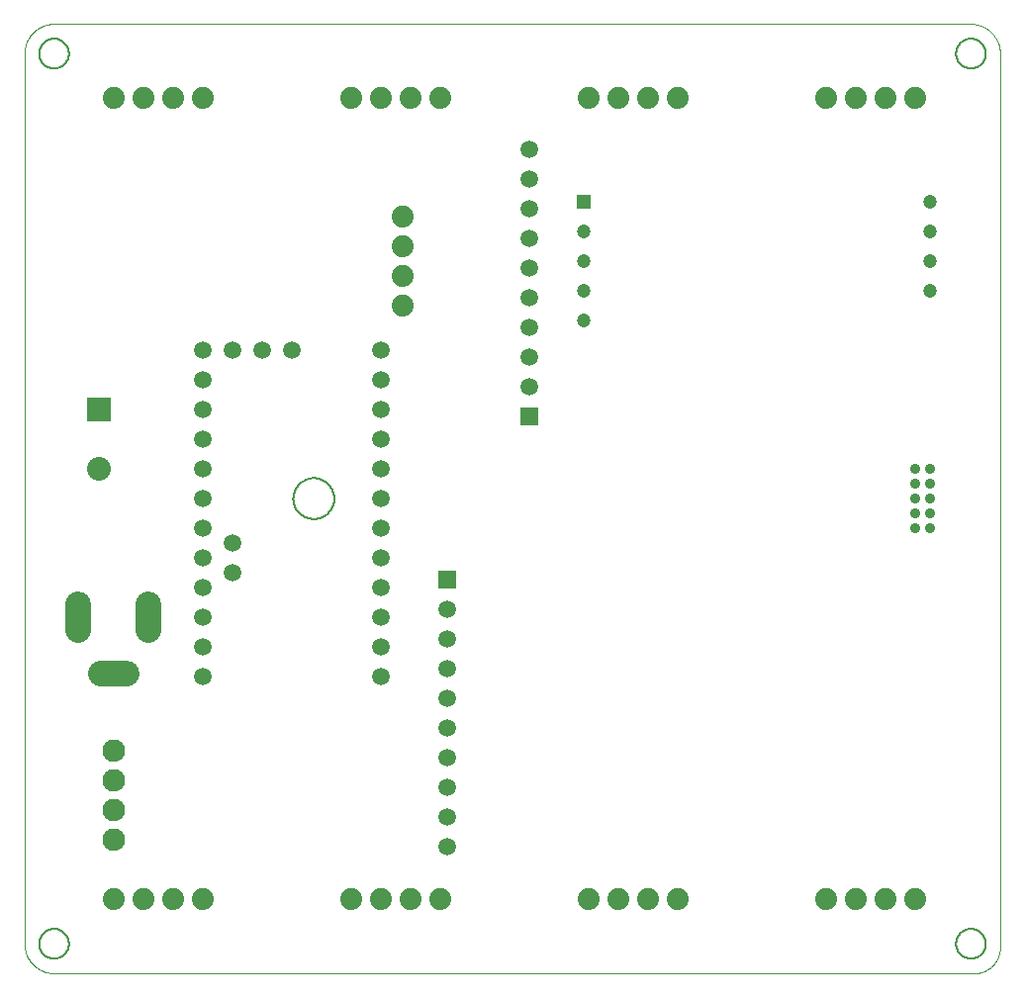
<source format=gbs>
G75*
%MOIN*%
%OFA0B0*%
%FSLAX25Y25*%
%IPPOS*%
%LPD*%
%AMOC8*
5,1,8,0,0,1.08239X$1,22.5*
%
%ADD10C,0.00000*%
%ADD11C,0.00600*%
%ADD12C,0.07400*%
%ADD13C,0.08600*%
%ADD14C,0.05906*%
%ADD15R,0.04724X0.04724*%
%ADD16C,0.04724*%
%ADD17R,0.08000X0.08000*%
%ADD18C,0.08000*%
%ADD19C,0.03562*%
%ADD20C,0.07600*%
%ADD21R,0.05906X0.05906*%
D10*
X0013520Y0011600D02*
X0013520Y0311561D01*
X0013523Y0311803D01*
X0013532Y0312044D01*
X0013546Y0312285D01*
X0013567Y0312526D01*
X0013593Y0312766D01*
X0013625Y0313006D01*
X0013663Y0313245D01*
X0013706Y0313482D01*
X0013756Y0313719D01*
X0013811Y0313954D01*
X0013871Y0314188D01*
X0013938Y0314420D01*
X0014009Y0314651D01*
X0014087Y0314880D01*
X0014170Y0315107D01*
X0014258Y0315332D01*
X0014352Y0315555D01*
X0014451Y0315775D01*
X0014556Y0315993D01*
X0014665Y0316208D01*
X0014780Y0316421D01*
X0014900Y0316631D01*
X0015025Y0316837D01*
X0015155Y0317041D01*
X0015290Y0317242D01*
X0015430Y0317439D01*
X0015574Y0317633D01*
X0015723Y0317823D01*
X0015877Y0318009D01*
X0016035Y0318192D01*
X0016197Y0318371D01*
X0016364Y0318546D01*
X0016535Y0318717D01*
X0016710Y0318884D01*
X0016889Y0319046D01*
X0017072Y0319204D01*
X0017258Y0319358D01*
X0017448Y0319507D01*
X0017642Y0319651D01*
X0017839Y0319791D01*
X0018040Y0319926D01*
X0018244Y0320056D01*
X0018450Y0320181D01*
X0018660Y0320301D01*
X0018873Y0320416D01*
X0019088Y0320525D01*
X0019306Y0320630D01*
X0019526Y0320729D01*
X0019749Y0320823D01*
X0019974Y0320911D01*
X0020201Y0320994D01*
X0020430Y0321072D01*
X0020661Y0321143D01*
X0020893Y0321210D01*
X0021127Y0321270D01*
X0021362Y0321325D01*
X0021599Y0321375D01*
X0021836Y0321418D01*
X0022075Y0321456D01*
X0022315Y0321488D01*
X0022555Y0321514D01*
X0022796Y0321535D01*
X0023037Y0321549D01*
X0023278Y0321558D01*
X0023520Y0321561D01*
X0332260Y0321561D01*
X0332501Y0321558D01*
X0332741Y0321549D01*
X0332982Y0321535D01*
X0333221Y0321514D01*
X0333461Y0321488D01*
X0333699Y0321456D01*
X0333937Y0321419D01*
X0334174Y0321375D01*
X0334409Y0321326D01*
X0334644Y0321272D01*
X0334877Y0321211D01*
X0335108Y0321145D01*
X0335338Y0321073D01*
X0335566Y0320996D01*
X0335792Y0320914D01*
X0336016Y0320826D01*
X0336238Y0320732D01*
X0336458Y0320633D01*
X0336675Y0320529D01*
X0336889Y0320420D01*
X0337101Y0320306D01*
X0337310Y0320186D01*
X0337516Y0320062D01*
X0337719Y0319932D01*
X0337918Y0319798D01*
X0338115Y0319659D01*
X0338308Y0319515D01*
X0338497Y0319366D01*
X0338683Y0319213D01*
X0338865Y0319056D01*
X0339044Y0318894D01*
X0339218Y0318728D01*
X0339388Y0318558D01*
X0339554Y0318384D01*
X0339716Y0318205D01*
X0339873Y0318023D01*
X0340026Y0317837D01*
X0340175Y0317648D01*
X0340319Y0317455D01*
X0340458Y0317258D01*
X0340592Y0317059D01*
X0340722Y0316856D01*
X0340846Y0316650D01*
X0340966Y0316441D01*
X0341080Y0316229D01*
X0341189Y0316015D01*
X0341293Y0315798D01*
X0341392Y0315578D01*
X0341486Y0315356D01*
X0341574Y0315132D01*
X0341656Y0314906D01*
X0341733Y0314678D01*
X0341805Y0314448D01*
X0341871Y0314217D01*
X0341932Y0313984D01*
X0341986Y0313749D01*
X0342035Y0313514D01*
X0342079Y0313277D01*
X0342116Y0313039D01*
X0342148Y0312801D01*
X0342174Y0312561D01*
X0342195Y0312322D01*
X0342209Y0312081D01*
X0342218Y0311841D01*
X0342221Y0311600D01*
X0342220Y0311600D02*
X0342220Y0010301D01*
X0342221Y0010301D02*
X0342218Y0010091D01*
X0342211Y0009881D01*
X0342198Y0009671D01*
X0342180Y0009461D01*
X0342158Y0009252D01*
X0342130Y0009044D01*
X0342097Y0008836D01*
X0342059Y0008629D01*
X0342016Y0008423D01*
X0341968Y0008219D01*
X0341915Y0008015D01*
X0341858Y0007813D01*
X0341795Y0007612D01*
X0341728Y0007413D01*
X0341656Y0007216D01*
X0341579Y0007020D01*
X0341497Y0006826D01*
X0341411Y0006634D01*
X0341320Y0006445D01*
X0341224Y0006257D01*
X0341124Y0006072D01*
X0341020Y0005890D01*
X0340911Y0005710D01*
X0340798Y0005533D01*
X0340681Y0005358D01*
X0340559Y0005187D01*
X0340434Y0005018D01*
X0340304Y0004853D01*
X0340170Y0004690D01*
X0340033Y0004531D01*
X0339891Y0004375D01*
X0339746Y0004223D01*
X0339598Y0004075D01*
X0339446Y0003930D01*
X0339290Y0003788D01*
X0339131Y0003651D01*
X0338968Y0003517D01*
X0338803Y0003387D01*
X0338634Y0003262D01*
X0338463Y0003140D01*
X0338288Y0003023D01*
X0338111Y0002910D01*
X0337931Y0002801D01*
X0337749Y0002697D01*
X0337564Y0002597D01*
X0337376Y0002501D01*
X0337187Y0002410D01*
X0336995Y0002324D01*
X0336801Y0002242D01*
X0336605Y0002165D01*
X0336408Y0002093D01*
X0336209Y0002026D01*
X0336008Y0001963D01*
X0335806Y0001906D01*
X0335602Y0001853D01*
X0335398Y0001805D01*
X0335192Y0001762D01*
X0334985Y0001724D01*
X0334777Y0001691D01*
X0334569Y0001663D01*
X0334360Y0001641D01*
X0334150Y0001623D01*
X0333940Y0001610D01*
X0333730Y0001603D01*
X0333520Y0001600D01*
X0023520Y0001600D01*
X0023278Y0001603D01*
X0023037Y0001612D01*
X0022796Y0001626D01*
X0022555Y0001647D01*
X0022315Y0001673D01*
X0022075Y0001705D01*
X0021836Y0001743D01*
X0021599Y0001786D01*
X0021362Y0001836D01*
X0021127Y0001891D01*
X0020893Y0001951D01*
X0020661Y0002018D01*
X0020430Y0002089D01*
X0020201Y0002167D01*
X0019974Y0002250D01*
X0019749Y0002338D01*
X0019526Y0002432D01*
X0019306Y0002531D01*
X0019088Y0002636D01*
X0018873Y0002745D01*
X0018660Y0002860D01*
X0018450Y0002980D01*
X0018244Y0003105D01*
X0018040Y0003235D01*
X0017839Y0003370D01*
X0017642Y0003510D01*
X0017448Y0003654D01*
X0017258Y0003803D01*
X0017072Y0003957D01*
X0016889Y0004115D01*
X0016710Y0004277D01*
X0016535Y0004444D01*
X0016364Y0004615D01*
X0016197Y0004790D01*
X0016035Y0004969D01*
X0015877Y0005152D01*
X0015723Y0005338D01*
X0015574Y0005528D01*
X0015430Y0005722D01*
X0015290Y0005919D01*
X0015155Y0006120D01*
X0015025Y0006324D01*
X0014900Y0006530D01*
X0014780Y0006740D01*
X0014665Y0006953D01*
X0014556Y0007168D01*
X0014451Y0007386D01*
X0014352Y0007606D01*
X0014258Y0007829D01*
X0014170Y0008054D01*
X0014087Y0008281D01*
X0014009Y0008510D01*
X0013938Y0008741D01*
X0013871Y0008973D01*
X0013811Y0009207D01*
X0013756Y0009442D01*
X0013706Y0009679D01*
X0013663Y0009916D01*
X0013625Y0010155D01*
X0013593Y0010395D01*
X0013567Y0010635D01*
X0013546Y0010876D01*
X0013532Y0011117D01*
X0013523Y0011358D01*
X0013520Y0011600D01*
D11*
X0018520Y0011600D02*
X0018522Y0011741D01*
X0018528Y0011882D01*
X0018538Y0012022D01*
X0018552Y0012162D01*
X0018570Y0012302D01*
X0018591Y0012441D01*
X0018617Y0012580D01*
X0018646Y0012718D01*
X0018680Y0012854D01*
X0018717Y0012990D01*
X0018758Y0013125D01*
X0018803Y0013259D01*
X0018852Y0013391D01*
X0018904Y0013522D01*
X0018960Y0013651D01*
X0019020Y0013778D01*
X0019083Y0013904D01*
X0019149Y0014028D01*
X0019220Y0014151D01*
X0019293Y0014271D01*
X0019370Y0014389D01*
X0019450Y0014505D01*
X0019534Y0014618D01*
X0019620Y0014729D01*
X0019710Y0014838D01*
X0019803Y0014944D01*
X0019898Y0015047D01*
X0019997Y0015148D01*
X0020098Y0015246D01*
X0020202Y0015341D01*
X0020309Y0015433D01*
X0020418Y0015522D01*
X0020530Y0015607D01*
X0020644Y0015690D01*
X0020760Y0015770D01*
X0020879Y0015846D01*
X0021000Y0015918D01*
X0021122Y0015988D01*
X0021247Y0016053D01*
X0021373Y0016116D01*
X0021501Y0016174D01*
X0021631Y0016229D01*
X0021762Y0016281D01*
X0021895Y0016328D01*
X0022029Y0016372D01*
X0022164Y0016413D01*
X0022300Y0016449D01*
X0022437Y0016481D01*
X0022575Y0016510D01*
X0022713Y0016535D01*
X0022853Y0016555D01*
X0022993Y0016572D01*
X0023133Y0016585D01*
X0023274Y0016594D01*
X0023414Y0016599D01*
X0023555Y0016600D01*
X0023696Y0016597D01*
X0023837Y0016590D01*
X0023977Y0016579D01*
X0024117Y0016564D01*
X0024257Y0016545D01*
X0024396Y0016523D01*
X0024534Y0016496D01*
X0024672Y0016466D01*
X0024808Y0016431D01*
X0024944Y0016393D01*
X0025078Y0016351D01*
X0025212Y0016305D01*
X0025344Y0016256D01*
X0025474Y0016202D01*
X0025603Y0016145D01*
X0025730Y0016085D01*
X0025856Y0016021D01*
X0025979Y0015953D01*
X0026101Y0015882D01*
X0026221Y0015808D01*
X0026338Y0015730D01*
X0026453Y0015649D01*
X0026566Y0015565D01*
X0026677Y0015478D01*
X0026785Y0015387D01*
X0026890Y0015294D01*
X0026993Y0015197D01*
X0027093Y0015098D01*
X0027190Y0014996D01*
X0027284Y0014891D01*
X0027375Y0014784D01*
X0027463Y0014674D01*
X0027548Y0014562D01*
X0027630Y0014447D01*
X0027709Y0014330D01*
X0027784Y0014211D01*
X0027856Y0014090D01*
X0027924Y0013967D01*
X0027989Y0013842D01*
X0028051Y0013715D01*
X0028108Y0013586D01*
X0028163Y0013456D01*
X0028213Y0013325D01*
X0028260Y0013192D01*
X0028303Y0013058D01*
X0028342Y0012922D01*
X0028377Y0012786D01*
X0028409Y0012649D01*
X0028436Y0012511D01*
X0028460Y0012372D01*
X0028480Y0012232D01*
X0028496Y0012092D01*
X0028508Y0011952D01*
X0028516Y0011811D01*
X0028520Y0011670D01*
X0028520Y0011530D01*
X0028516Y0011389D01*
X0028508Y0011248D01*
X0028496Y0011108D01*
X0028480Y0010968D01*
X0028460Y0010828D01*
X0028436Y0010689D01*
X0028409Y0010551D01*
X0028377Y0010414D01*
X0028342Y0010278D01*
X0028303Y0010142D01*
X0028260Y0010008D01*
X0028213Y0009875D01*
X0028163Y0009744D01*
X0028108Y0009614D01*
X0028051Y0009485D01*
X0027989Y0009358D01*
X0027924Y0009233D01*
X0027856Y0009110D01*
X0027784Y0008989D01*
X0027709Y0008870D01*
X0027630Y0008753D01*
X0027548Y0008638D01*
X0027463Y0008526D01*
X0027375Y0008416D01*
X0027284Y0008309D01*
X0027190Y0008204D01*
X0027093Y0008102D01*
X0026993Y0008003D01*
X0026890Y0007906D01*
X0026785Y0007813D01*
X0026677Y0007722D01*
X0026566Y0007635D01*
X0026453Y0007551D01*
X0026338Y0007470D01*
X0026221Y0007392D01*
X0026101Y0007318D01*
X0025979Y0007247D01*
X0025856Y0007179D01*
X0025730Y0007115D01*
X0025603Y0007055D01*
X0025474Y0006998D01*
X0025344Y0006944D01*
X0025212Y0006895D01*
X0025078Y0006849D01*
X0024944Y0006807D01*
X0024808Y0006769D01*
X0024672Y0006734D01*
X0024534Y0006704D01*
X0024396Y0006677D01*
X0024257Y0006655D01*
X0024117Y0006636D01*
X0023977Y0006621D01*
X0023837Y0006610D01*
X0023696Y0006603D01*
X0023555Y0006600D01*
X0023414Y0006601D01*
X0023274Y0006606D01*
X0023133Y0006615D01*
X0022993Y0006628D01*
X0022853Y0006645D01*
X0022713Y0006665D01*
X0022575Y0006690D01*
X0022437Y0006719D01*
X0022300Y0006751D01*
X0022164Y0006787D01*
X0022029Y0006828D01*
X0021895Y0006872D01*
X0021762Y0006919D01*
X0021631Y0006971D01*
X0021501Y0007026D01*
X0021373Y0007084D01*
X0021247Y0007147D01*
X0021122Y0007212D01*
X0021000Y0007282D01*
X0020879Y0007354D01*
X0020760Y0007430D01*
X0020644Y0007510D01*
X0020530Y0007593D01*
X0020418Y0007678D01*
X0020309Y0007767D01*
X0020202Y0007859D01*
X0020098Y0007954D01*
X0019997Y0008052D01*
X0019898Y0008153D01*
X0019803Y0008256D01*
X0019710Y0008362D01*
X0019620Y0008471D01*
X0019534Y0008582D01*
X0019450Y0008695D01*
X0019370Y0008811D01*
X0019293Y0008929D01*
X0019220Y0009049D01*
X0019149Y0009172D01*
X0019083Y0009296D01*
X0019020Y0009422D01*
X0018960Y0009549D01*
X0018904Y0009678D01*
X0018852Y0009809D01*
X0018803Y0009941D01*
X0018758Y0010075D01*
X0018717Y0010210D01*
X0018680Y0010346D01*
X0018646Y0010482D01*
X0018617Y0010620D01*
X0018591Y0010759D01*
X0018570Y0010898D01*
X0018552Y0011038D01*
X0018538Y0011178D01*
X0018528Y0011318D01*
X0018522Y0011459D01*
X0018520Y0011600D01*
X0104130Y0161600D02*
X0104132Y0161769D01*
X0104138Y0161938D01*
X0104149Y0162107D01*
X0104163Y0162275D01*
X0104182Y0162443D01*
X0104205Y0162611D01*
X0104231Y0162778D01*
X0104262Y0162944D01*
X0104297Y0163110D01*
X0104336Y0163274D01*
X0104380Y0163438D01*
X0104427Y0163600D01*
X0104478Y0163761D01*
X0104533Y0163921D01*
X0104592Y0164080D01*
X0104654Y0164237D01*
X0104721Y0164392D01*
X0104792Y0164546D01*
X0104866Y0164698D01*
X0104944Y0164848D01*
X0105025Y0164996D01*
X0105110Y0165142D01*
X0105199Y0165286D01*
X0105291Y0165428D01*
X0105387Y0165567D01*
X0105486Y0165704D01*
X0105588Y0165839D01*
X0105694Y0165971D01*
X0105803Y0166100D01*
X0105915Y0166227D01*
X0106030Y0166351D01*
X0106148Y0166472D01*
X0106269Y0166590D01*
X0106393Y0166705D01*
X0106520Y0166817D01*
X0106649Y0166926D01*
X0106781Y0167032D01*
X0106916Y0167134D01*
X0107053Y0167233D01*
X0107192Y0167329D01*
X0107334Y0167421D01*
X0107478Y0167510D01*
X0107624Y0167595D01*
X0107772Y0167676D01*
X0107922Y0167754D01*
X0108074Y0167828D01*
X0108228Y0167899D01*
X0108383Y0167966D01*
X0108540Y0168028D01*
X0108699Y0168087D01*
X0108859Y0168142D01*
X0109020Y0168193D01*
X0109182Y0168240D01*
X0109346Y0168284D01*
X0109510Y0168323D01*
X0109676Y0168358D01*
X0109842Y0168389D01*
X0110009Y0168415D01*
X0110177Y0168438D01*
X0110345Y0168457D01*
X0110513Y0168471D01*
X0110682Y0168482D01*
X0110851Y0168488D01*
X0111020Y0168490D01*
X0111189Y0168488D01*
X0111358Y0168482D01*
X0111527Y0168471D01*
X0111695Y0168457D01*
X0111863Y0168438D01*
X0112031Y0168415D01*
X0112198Y0168389D01*
X0112364Y0168358D01*
X0112530Y0168323D01*
X0112694Y0168284D01*
X0112858Y0168240D01*
X0113020Y0168193D01*
X0113181Y0168142D01*
X0113341Y0168087D01*
X0113500Y0168028D01*
X0113657Y0167966D01*
X0113812Y0167899D01*
X0113966Y0167828D01*
X0114118Y0167754D01*
X0114268Y0167676D01*
X0114416Y0167595D01*
X0114562Y0167510D01*
X0114706Y0167421D01*
X0114848Y0167329D01*
X0114987Y0167233D01*
X0115124Y0167134D01*
X0115259Y0167032D01*
X0115391Y0166926D01*
X0115520Y0166817D01*
X0115647Y0166705D01*
X0115771Y0166590D01*
X0115892Y0166472D01*
X0116010Y0166351D01*
X0116125Y0166227D01*
X0116237Y0166100D01*
X0116346Y0165971D01*
X0116452Y0165839D01*
X0116554Y0165704D01*
X0116653Y0165567D01*
X0116749Y0165428D01*
X0116841Y0165286D01*
X0116930Y0165142D01*
X0117015Y0164996D01*
X0117096Y0164848D01*
X0117174Y0164698D01*
X0117248Y0164546D01*
X0117319Y0164392D01*
X0117386Y0164237D01*
X0117448Y0164080D01*
X0117507Y0163921D01*
X0117562Y0163761D01*
X0117613Y0163600D01*
X0117660Y0163438D01*
X0117704Y0163274D01*
X0117743Y0163110D01*
X0117778Y0162944D01*
X0117809Y0162778D01*
X0117835Y0162611D01*
X0117858Y0162443D01*
X0117877Y0162275D01*
X0117891Y0162107D01*
X0117902Y0161938D01*
X0117908Y0161769D01*
X0117910Y0161600D01*
X0117908Y0161431D01*
X0117902Y0161262D01*
X0117891Y0161093D01*
X0117877Y0160925D01*
X0117858Y0160757D01*
X0117835Y0160589D01*
X0117809Y0160422D01*
X0117778Y0160256D01*
X0117743Y0160090D01*
X0117704Y0159926D01*
X0117660Y0159762D01*
X0117613Y0159600D01*
X0117562Y0159439D01*
X0117507Y0159279D01*
X0117448Y0159120D01*
X0117386Y0158963D01*
X0117319Y0158808D01*
X0117248Y0158654D01*
X0117174Y0158502D01*
X0117096Y0158352D01*
X0117015Y0158204D01*
X0116930Y0158058D01*
X0116841Y0157914D01*
X0116749Y0157772D01*
X0116653Y0157633D01*
X0116554Y0157496D01*
X0116452Y0157361D01*
X0116346Y0157229D01*
X0116237Y0157100D01*
X0116125Y0156973D01*
X0116010Y0156849D01*
X0115892Y0156728D01*
X0115771Y0156610D01*
X0115647Y0156495D01*
X0115520Y0156383D01*
X0115391Y0156274D01*
X0115259Y0156168D01*
X0115124Y0156066D01*
X0114987Y0155967D01*
X0114848Y0155871D01*
X0114706Y0155779D01*
X0114562Y0155690D01*
X0114416Y0155605D01*
X0114268Y0155524D01*
X0114118Y0155446D01*
X0113966Y0155372D01*
X0113812Y0155301D01*
X0113657Y0155234D01*
X0113500Y0155172D01*
X0113341Y0155113D01*
X0113181Y0155058D01*
X0113020Y0155007D01*
X0112858Y0154960D01*
X0112694Y0154916D01*
X0112530Y0154877D01*
X0112364Y0154842D01*
X0112198Y0154811D01*
X0112031Y0154785D01*
X0111863Y0154762D01*
X0111695Y0154743D01*
X0111527Y0154729D01*
X0111358Y0154718D01*
X0111189Y0154712D01*
X0111020Y0154710D01*
X0110851Y0154712D01*
X0110682Y0154718D01*
X0110513Y0154729D01*
X0110345Y0154743D01*
X0110177Y0154762D01*
X0110009Y0154785D01*
X0109842Y0154811D01*
X0109676Y0154842D01*
X0109510Y0154877D01*
X0109346Y0154916D01*
X0109182Y0154960D01*
X0109020Y0155007D01*
X0108859Y0155058D01*
X0108699Y0155113D01*
X0108540Y0155172D01*
X0108383Y0155234D01*
X0108228Y0155301D01*
X0108074Y0155372D01*
X0107922Y0155446D01*
X0107772Y0155524D01*
X0107624Y0155605D01*
X0107478Y0155690D01*
X0107334Y0155779D01*
X0107192Y0155871D01*
X0107053Y0155967D01*
X0106916Y0156066D01*
X0106781Y0156168D01*
X0106649Y0156274D01*
X0106520Y0156383D01*
X0106393Y0156495D01*
X0106269Y0156610D01*
X0106148Y0156728D01*
X0106030Y0156849D01*
X0105915Y0156973D01*
X0105803Y0157100D01*
X0105694Y0157229D01*
X0105588Y0157361D01*
X0105486Y0157496D01*
X0105387Y0157633D01*
X0105291Y0157772D01*
X0105199Y0157914D01*
X0105110Y0158058D01*
X0105025Y0158204D01*
X0104944Y0158352D01*
X0104866Y0158502D01*
X0104792Y0158654D01*
X0104721Y0158808D01*
X0104654Y0158963D01*
X0104592Y0159120D01*
X0104533Y0159279D01*
X0104478Y0159439D01*
X0104427Y0159600D01*
X0104380Y0159762D01*
X0104336Y0159926D01*
X0104297Y0160090D01*
X0104262Y0160256D01*
X0104231Y0160422D01*
X0104205Y0160589D01*
X0104182Y0160757D01*
X0104163Y0160925D01*
X0104149Y0161093D01*
X0104138Y0161262D01*
X0104132Y0161431D01*
X0104130Y0161600D01*
X0018520Y0311600D02*
X0018522Y0311741D01*
X0018528Y0311882D01*
X0018538Y0312022D01*
X0018552Y0312162D01*
X0018570Y0312302D01*
X0018591Y0312441D01*
X0018617Y0312580D01*
X0018646Y0312718D01*
X0018680Y0312854D01*
X0018717Y0312990D01*
X0018758Y0313125D01*
X0018803Y0313259D01*
X0018852Y0313391D01*
X0018904Y0313522D01*
X0018960Y0313651D01*
X0019020Y0313778D01*
X0019083Y0313904D01*
X0019149Y0314028D01*
X0019220Y0314151D01*
X0019293Y0314271D01*
X0019370Y0314389D01*
X0019450Y0314505D01*
X0019534Y0314618D01*
X0019620Y0314729D01*
X0019710Y0314838D01*
X0019803Y0314944D01*
X0019898Y0315047D01*
X0019997Y0315148D01*
X0020098Y0315246D01*
X0020202Y0315341D01*
X0020309Y0315433D01*
X0020418Y0315522D01*
X0020530Y0315607D01*
X0020644Y0315690D01*
X0020760Y0315770D01*
X0020879Y0315846D01*
X0021000Y0315918D01*
X0021122Y0315988D01*
X0021247Y0316053D01*
X0021373Y0316116D01*
X0021501Y0316174D01*
X0021631Y0316229D01*
X0021762Y0316281D01*
X0021895Y0316328D01*
X0022029Y0316372D01*
X0022164Y0316413D01*
X0022300Y0316449D01*
X0022437Y0316481D01*
X0022575Y0316510D01*
X0022713Y0316535D01*
X0022853Y0316555D01*
X0022993Y0316572D01*
X0023133Y0316585D01*
X0023274Y0316594D01*
X0023414Y0316599D01*
X0023555Y0316600D01*
X0023696Y0316597D01*
X0023837Y0316590D01*
X0023977Y0316579D01*
X0024117Y0316564D01*
X0024257Y0316545D01*
X0024396Y0316523D01*
X0024534Y0316496D01*
X0024672Y0316466D01*
X0024808Y0316431D01*
X0024944Y0316393D01*
X0025078Y0316351D01*
X0025212Y0316305D01*
X0025344Y0316256D01*
X0025474Y0316202D01*
X0025603Y0316145D01*
X0025730Y0316085D01*
X0025856Y0316021D01*
X0025979Y0315953D01*
X0026101Y0315882D01*
X0026221Y0315808D01*
X0026338Y0315730D01*
X0026453Y0315649D01*
X0026566Y0315565D01*
X0026677Y0315478D01*
X0026785Y0315387D01*
X0026890Y0315294D01*
X0026993Y0315197D01*
X0027093Y0315098D01*
X0027190Y0314996D01*
X0027284Y0314891D01*
X0027375Y0314784D01*
X0027463Y0314674D01*
X0027548Y0314562D01*
X0027630Y0314447D01*
X0027709Y0314330D01*
X0027784Y0314211D01*
X0027856Y0314090D01*
X0027924Y0313967D01*
X0027989Y0313842D01*
X0028051Y0313715D01*
X0028108Y0313586D01*
X0028163Y0313456D01*
X0028213Y0313325D01*
X0028260Y0313192D01*
X0028303Y0313058D01*
X0028342Y0312922D01*
X0028377Y0312786D01*
X0028409Y0312649D01*
X0028436Y0312511D01*
X0028460Y0312372D01*
X0028480Y0312232D01*
X0028496Y0312092D01*
X0028508Y0311952D01*
X0028516Y0311811D01*
X0028520Y0311670D01*
X0028520Y0311530D01*
X0028516Y0311389D01*
X0028508Y0311248D01*
X0028496Y0311108D01*
X0028480Y0310968D01*
X0028460Y0310828D01*
X0028436Y0310689D01*
X0028409Y0310551D01*
X0028377Y0310414D01*
X0028342Y0310278D01*
X0028303Y0310142D01*
X0028260Y0310008D01*
X0028213Y0309875D01*
X0028163Y0309744D01*
X0028108Y0309614D01*
X0028051Y0309485D01*
X0027989Y0309358D01*
X0027924Y0309233D01*
X0027856Y0309110D01*
X0027784Y0308989D01*
X0027709Y0308870D01*
X0027630Y0308753D01*
X0027548Y0308638D01*
X0027463Y0308526D01*
X0027375Y0308416D01*
X0027284Y0308309D01*
X0027190Y0308204D01*
X0027093Y0308102D01*
X0026993Y0308003D01*
X0026890Y0307906D01*
X0026785Y0307813D01*
X0026677Y0307722D01*
X0026566Y0307635D01*
X0026453Y0307551D01*
X0026338Y0307470D01*
X0026221Y0307392D01*
X0026101Y0307318D01*
X0025979Y0307247D01*
X0025856Y0307179D01*
X0025730Y0307115D01*
X0025603Y0307055D01*
X0025474Y0306998D01*
X0025344Y0306944D01*
X0025212Y0306895D01*
X0025078Y0306849D01*
X0024944Y0306807D01*
X0024808Y0306769D01*
X0024672Y0306734D01*
X0024534Y0306704D01*
X0024396Y0306677D01*
X0024257Y0306655D01*
X0024117Y0306636D01*
X0023977Y0306621D01*
X0023837Y0306610D01*
X0023696Y0306603D01*
X0023555Y0306600D01*
X0023414Y0306601D01*
X0023274Y0306606D01*
X0023133Y0306615D01*
X0022993Y0306628D01*
X0022853Y0306645D01*
X0022713Y0306665D01*
X0022575Y0306690D01*
X0022437Y0306719D01*
X0022300Y0306751D01*
X0022164Y0306787D01*
X0022029Y0306828D01*
X0021895Y0306872D01*
X0021762Y0306919D01*
X0021631Y0306971D01*
X0021501Y0307026D01*
X0021373Y0307084D01*
X0021247Y0307147D01*
X0021122Y0307212D01*
X0021000Y0307282D01*
X0020879Y0307354D01*
X0020760Y0307430D01*
X0020644Y0307510D01*
X0020530Y0307593D01*
X0020418Y0307678D01*
X0020309Y0307767D01*
X0020202Y0307859D01*
X0020098Y0307954D01*
X0019997Y0308052D01*
X0019898Y0308153D01*
X0019803Y0308256D01*
X0019710Y0308362D01*
X0019620Y0308471D01*
X0019534Y0308582D01*
X0019450Y0308695D01*
X0019370Y0308811D01*
X0019293Y0308929D01*
X0019220Y0309049D01*
X0019149Y0309172D01*
X0019083Y0309296D01*
X0019020Y0309422D01*
X0018960Y0309549D01*
X0018904Y0309678D01*
X0018852Y0309809D01*
X0018803Y0309941D01*
X0018758Y0310075D01*
X0018717Y0310210D01*
X0018680Y0310346D01*
X0018646Y0310482D01*
X0018617Y0310620D01*
X0018591Y0310759D01*
X0018570Y0310898D01*
X0018552Y0311038D01*
X0018538Y0311178D01*
X0018528Y0311318D01*
X0018522Y0311459D01*
X0018520Y0311600D01*
X0327417Y0311600D02*
X0327419Y0311741D01*
X0327425Y0311882D01*
X0327435Y0312022D01*
X0327449Y0312162D01*
X0327467Y0312302D01*
X0327488Y0312441D01*
X0327514Y0312580D01*
X0327543Y0312718D01*
X0327577Y0312854D01*
X0327614Y0312990D01*
X0327655Y0313125D01*
X0327700Y0313259D01*
X0327749Y0313391D01*
X0327801Y0313522D01*
X0327857Y0313651D01*
X0327917Y0313778D01*
X0327980Y0313904D01*
X0328046Y0314028D01*
X0328117Y0314151D01*
X0328190Y0314271D01*
X0328267Y0314389D01*
X0328347Y0314505D01*
X0328431Y0314618D01*
X0328517Y0314729D01*
X0328607Y0314838D01*
X0328700Y0314944D01*
X0328795Y0315047D01*
X0328894Y0315148D01*
X0328995Y0315246D01*
X0329099Y0315341D01*
X0329206Y0315433D01*
X0329315Y0315522D01*
X0329427Y0315607D01*
X0329541Y0315690D01*
X0329657Y0315770D01*
X0329776Y0315846D01*
X0329897Y0315918D01*
X0330019Y0315988D01*
X0330144Y0316053D01*
X0330270Y0316116D01*
X0330398Y0316174D01*
X0330528Y0316229D01*
X0330659Y0316281D01*
X0330792Y0316328D01*
X0330926Y0316372D01*
X0331061Y0316413D01*
X0331197Y0316449D01*
X0331334Y0316481D01*
X0331472Y0316510D01*
X0331610Y0316535D01*
X0331750Y0316555D01*
X0331890Y0316572D01*
X0332030Y0316585D01*
X0332171Y0316594D01*
X0332311Y0316599D01*
X0332452Y0316600D01*
X0332593Y0316597D01*
X0332734Y0316590D01*
X0332874Y0316579D01*
X0333014Y0316564D01*
X0333154Y0316545D01*
X0333293Y0316523D01*
X0333431Y0316496D01*
X0333569Y0316466D01*
X0333705Y0316431D01*
X0333841Y0316393D01*
X0333975Y0316351D01*
X0334109Y0316305D01*
X0334241Y0316256D01*
X0334371Y0316202D01*
X0334500Y0316145D01*
X0334627Y0316085D01*
X0334753Y0316021D01*
X0334876Y0315953D01*
X0334998Y0315882D01*
X0335118Y0315808D01*
X0335235Y0315730D01*
X0335350Y0315649D01*
X0335463Y0315565D01*
X0335574Y0315478D01*
X0335682Y0315387D01*
X0335787Y0315294D01*
X0335890Y0315197D01*
X0335990Y0315098D01*
X0336087Y0314996D01*
X0336181Y0314891D01*
X0336272Y0314784D01*
X0336360Y0314674D01*
X0336445Y0314562D01*
X0336527Y0314447D01*
X0336606Y0314330D01*
X0336681Y0314211D01*
X0336753Y0314090D01*
X0336821Y0313967D01*
X0336886Y0313842D01*
X0336948Y0313715D01*
X0337005Y0313586D01*
X0337060Y0313456D01*
X0337110Y0313325D01*
X0337157Y0313192D01*
X0337200Y0313058D01*
X0337239Y0312922D01*
X0337274Y0312786D01*
X0337306Y0312649D01*
X0337333Y0312511D01*
X0337357Y0312372D01*
X0337377Y0312232D01*
X0337393Y0312092D01*
X0337405Y0311952D01*
X0337413Y0311811D01*
X0337417Y0311670D01*
X0337417Y0311530D01*
X0337413Y0311389D01*
X0337405Y0311248D01*
X0337393Y0311108D01*
X0337377Y0310968D01*
X0337357Y0310828D01*
X0337333Y0310689D01*
X0337306Y0310551D01*
X0337274Y0310414D01*
X0337239Y0310278D01*
X0337200Y0310142D01*
X0337157Y0310008D01*
X0337110Y0309875D01*
X0337060Y0309744D01*
X0337005Y0309614D01*
X0336948Y0309485D01*
X0336886Y0309358D01*
X0336821Y0309233D01*
X0336753Y0309110D01*
X0336681Y0308989D01*
X0336606Y0308870D01*
X0336527Y0308753D01*
X0336445Y0308638D01*
X0336360Y0308526D01*
X0336272Y0308416D01*
X0336181Y0308309D01*
X0336087Y0308204D01*
X0335990Y0308102D01*
X0335890Y0308003D01*
X0335787Y0307906D01*
X0335682Y0307813D01*
X0335574Y0307722D01*
X0335463Y0307635D01*
X0335350Y0307551D01*
X0335235Y0307470D01*
X0335118Y0307392D01*
X0334998Y0307318D01*
X0334876Y0307247D01*
X0334753Y0307179D01*
X0334627Y0307115D01*
X0334500Y0307055D01*
X0334371Y0306998D01*
X0334241Y0306944D01*
X0334109Y0306895D01*
X0333975Y0306849D01*
X0333841Y0306807D01*
X0333705Y0306769D01*
X0333569Y0306734D01*
X0333431Y0306704D01*
X0333293Y0306677D01*
X0333154Y0306655D01*
X0333014Y0306636D01*
X0332874Y0306621D01*
X0332734Y0306610D01*
X0332593Y0306603D01*
X0332452Y0306600D01*
X0332311Y0306601D01*
X0332171Y0306606D01*
X0332030Y0306615D01*
X0331890Y0306628D01*
X0331750Y0306645D01*
X0331610Y0306665D01*
X0331472Y0306690D01*
X0331334Y0306719D01*
X0331197Y0306751D01*
X0331061Y0306787D01*
X0330926Y0306828D01*
X0330792Y0306872D01*
X0330659Y0306919D01*
X0330528Y0306971D01*
X0330398Y0307026D01*
X0330270Y0307084D01*
X0330144Y0307147D01*
X0330019Y0307212D01*
X0329897Y0307282D01*
X0329776Y0307354D01*
X0329657Y0307430D01*
X0329541Y0307510D01*
X0329427Y0307593D01*
X0329315Y0307678D01*
X0329206Y0307767D01*
X0329099Y0307859D01*
X0328995Y0307954D01*
X0328894Y0308052D01*
X0328795Y0308153D01*
X0328700Y0308256D01*
X0328607Y0308362D01*
X0328517Y0308471D01*
X0328431Y0308582D01*
X0328347Y0308695D01*
X0328267Y0308811D01*
X0328190Y0308929D01*
X0328117Y0309049D01*
X0328046Y0309172D01*
X0327980Y0309296D01*
X0327917Y0309422D01*
X0327857Y0309549D01*
X0327801Y0309678D01*
X0327749Y0309809D01*
X0327700Y0309941D01*
X0327655Y0310075D01*
X0327614Y0310210D01*
X0327577Y0310346D01*
X0327543Y0310482D01*
X0327514Y0310620D01*
X0327488Y0310759D01*
X0327467Y0310898D01*
X0327449Y0311038D01*
X0327435Y0311178D01*
X0327425Y0311318D01*
X0327419Y0311459D01*
X0327417Y0311600D01*
X0327417Y0011600D02*
X0327419Y0011741D01*
X0327425Y0011882D01*
X0327435Y0012022D01*
X0327449Y0012162D01*
X0327467Y0012302D01*
X0327488Y0012441D01*
X0327514Y0012580D01*
X0327543Y0012718D01*
X0327577Y0012854D01*
X0327614Y0012990D01*
X0327655Y0013125D01*
X0327700Y0013259D01*
X0327749Y0013391D01*
X0327801Y0013522D01*
X0327857Y0013651D01*
X0327917Y0013778D01*
X0327980Y0013904D01*
X0328046Y0014028D01*
X0328117Y0014151D01*
X0328190Y0014271D01*
X0328267Y0014389D01*
X0328347Y0014505D01*
X0328431Y0014618D01*
X0328517Y0014729D01*
X0328607Y0014838D01*
X0328700Y0014944D01*
X0328795Y0015047D01*
X0328894Y0015148D01*
X0328995Y0015246D01*
X0329099Y0015341D01*
X0329206Y0015433D01*
X0329315Y0015522D01*
X0329427Y0015607D01*
X0329541Y0015690D01*
X0329657Y0015770D01*
X0329776Y0015846D01*
X0329897Y0015918D01*
X0330019Y0015988D01*
X0330144Y0016053D01*
X0330270Y0016116D01*
X0330398Y0016174D01*
X0330528Y0016229D01*
X0330659Y0016281D01*
X0330792Y0016328D01*
X0330926Y0016372D01*
X0331061Y0016413D01*
X0331197Y0016449D01*
X0331334Y0016481D01*
X0331472Y0016510D01*
X0331610Y0016535D01*
X0331750Y0016555D01*
X0331890Y0016572D01*
X0332030Y0016585D01*
X0332171Y0016594D01*
X0332311Y0016599D01*
X0332452Y0016600D01*
X0332593Y0016597D01*
X0332734Y0016590D01*
X0332874Y0016579D01*
X0333014Y0016564D01*
X0333154Y0016545D01*
X0333293Y0016523D01*
X0333431Y0016496D01*
X0333569Y0016466D01*
X0333705Y0016431D01*
X0333841Y0016393D01*
X0333975Y0016351D01*
X0334109Y0016305D01*
X0334241Y0016256D01*
X0334371Y0016202D01*
X0334500Y0016145D01*
X0334627Y0016085D01*
X0334753Y0016021D01*
X0334876Y0015953D01*
X0334998Y0015882D01*
X0335118Y0015808D01*
X0335235Y0015730D01*
X0335350Y0015649D01*
X0335463Y0015565D01*
X0335574Y0015478D01*
X0335682Y0015387D01*
X0335787Y0015294D01*
X0335890Y0015197D01*
X0335990Y0015098D01*
X0336087Y0014996D01*
X0336181Y0014891D01*
X0336272Y0014784D01*
X0336360Y0014674D01*
X0336445Y0014562D01*
X0336527Y0014447D01*
X0336606Y0014330D01*
X0336681Y0014211D01*
X0336753Y0014090D01*
X0336821Y0013967D01*
X0336886Y0013842D01*
X0336948Y0013715D01*
X0337005Y0013586D01*
X0337060Y0013456D01*
X0337110Y0013325D01*
X0337157Y0013192D01*
X0337200Y0013058D01*
X0337239Y0012922D01*
X0337274Y0012786D01*
X0337306Y0012649D01*
X0337333Y0012511D01*
X0337357Y0012372D01*
X0337377Y0012232D01*
X0337393Y0012092D01*
X0337405Y0011952D01*
X0337413Y0011811D01*
X0337417Y0011670D01*
X0337417Y0011530D01*
X0337413Y0011389D01*
X0337405Y0011248D01*
X0337393Y0011108D01*
X0337377Y0010968D01*
X0337357Y0010828D01*
X0337333Y0010689D01*
X0337306Y0010551D01*
X0337274Y0010414D01*
X0337239Y0010278D01*
X0337200Y0010142D01*
X0337157Y0010008D01*
X0337110Y0009875D01*
X0337060Y0009744D01*
X0337005Y0009614D01*
X0336948Y0009485D01*
X0336886Y0009358D01*
X0336821Y0009233D01*
X0336753Y0009110D01*
X0336681Y0008989D01*
X0336606Y0008870D01*
X0336527Y0008753D01*
X0336445Y0008638D01*
X0336360Y0008526D01*
X0336272Y0008416D01*
X0336181Y0008309D01*
X0336087Y0008204D01*
X0335990Y0008102D01*
X0335890Y0008003D01*
X0335787Y0007906D01*
X0335682Y0007813D01*
X0335574Y0007722D01*
X0335463Y0007635D01*
X0335350Y0007551D01*
X0335235Y0007470D01*
X0335118Y0007392D01*
X0334998Y0007318D01*
X0334876Y0007247D01*
X0334753Y0007179D01*
X0334627Y0007115D01*
X0334500Y0007055D01*
X0334371Y0006998D01*
X0334241Y0006944D01*
X0334109Y0006895D01*
X0333975Y0006849D01*
X0333841Y0006807D01*
X0333705Y0006769D01*
X0333569Y0006734D01*
X0333431Y0006704D01*
X0333293Y0006677D01*
X0333154Y0006655D01*
X0333014Y0006636D01*
X0332874Y0006621D01*
X0332734Y0006610D01*
X0332593Y0006603D01*
X0332452Y0006600D01*
X0332311Y0006601D01*
X0332171Y0006606D01*
X0332030Y0006615D01*
X0331890Y0006628D01*
X0331750Y0006645D01*
X0331610Y0006665D01*
X0331472Y0006690D01*
X0331334Y0006719D01*
X0331197Y0006751D01*
X0331061Y0006787D01*
X0330926Y0006828D01*
X0330792Y0006872D01*
X0330659Y0006919D01*
X0330528Y0006971D01*
X0330398Y0007026D01*
X0330270Y0007084D01*
X0330144Y0007147D01*
X0330019Y0007212D01*
X0329897Y0007282D01*
X0329776Y0007354D01*
X0329657Y0007430D01*
X0329541Y0007510D01*
X0329427Y0007593D01*
X0329315Y0007678D01*
X0329206Y0007767D01*
X0329099Y0007859D01*
X0328995Y0007954D01*
X0328894Y0008052D01*
X0328795Y0008153D01*
X0328700Y0008256D01*
X0328607Y0008362D01*
X0328517Y0008471D01*
X0328431Y0008582D01*
X0328347Y0008695D01*
X0328267Y0008811D01*
X0328190Y0008929D01*
X0328117Y0009049D01*
X0328046Y0009172D01*
X0327980Y0009296D01*
X0327917Y0009422D01*
X0327857Y0009549D01*
X0327801Y0009678D01*
X0327749Y0009809D01*
X0327700Y0009941D01*
X0327655Y0010075D01*
X0327614Y0010210D01*
X0327577Y0010346D01*
X0327543Y0010482D01*
X0327514Y0010620D01*
X0327488Y0010759D01*
X0327467Y0010898D01*
X0327449Y0011038D01*
X0327435Y0011178D01*
X0327425Y0011318D01*
X0327419Y0011459D01*
X0327417Y0011600D01*
D12*
X0313520Y0026600D03*
X0303520Y0026600D03*
X0293520Y0026600D03*
X0283520Y0026600D03*
X0233520Y0026600D03*
X0223520Y0026600D03*
X0213520Y0026600D03*
X0203520Y0026600D03*
X0153520Y0026600D03*
X0143520Y0026600D03*
X0133520Y0026600D03*
X0123520Y0026600D03*
X0073520Y0026600D03*
X0063520Y0026600D03*
X0053520Y0026600D03*
X0043520Y0026600D03*
X0141020Y0226600D03*
X0141020Y0236600D03*
X0141020Y0246600D03*
X0141020Y0256600D03*
X0143520Y0296600D03*
X0153520Y0296600D03*
X0133520Y0296600D03*
X0123520Y0296600D03*
X0073520Y0296600D03*
X0063520Y0296600D03*
X0053520Y0296600D03*
X0043520Y0296600D03*
X0203520Y0296600D03*
X0213520Y0296600D03*
X0223520Y0296600D03*
X0233520Y0296600D03*
X0283520Y0296600D03*
X0293520Y0296600D03*
X0303520Y0296600D03*
X0313520Y0296600D03*
D13*
X0055331Y0125900D02*
X0055331Y0117300D01*
X0047820Y0102702D02*
X0039220Y0102702D01*
X0031709Y0117300D02*
X0031709Y0125900D01*
D14*
X0073520Y0121600D03*
X0073520Y0111600D03*
X0073520Y0101600D03*
X0073520Y0131600D03*
X0073520Y0141600D03*
X0073520Y0151600D03*
X0083520Y0146600D03*
X0083520Y0136600D03*
X0073520Y0161600D03*
X0073520Y0171600D03*
X0073520Y0181600D03*
X0073520Y0191600D03*
X0073520Y0201600D03*
X0073520Y0211600D03*
X0083520Y0211600D03*
X0093520Y0211600D03*
X0103520Y0211600D03*
X0133520Y0211600D03*
X0133520Y0201600D03*
X0133520Y0191600D03*
X0133520Y0181600D03*
X0133520Y0171600D03*
X0133520Y0161600D03*
X0133520Y0151600D03*
X0133520Y0141600D03*
X0133520Y0131600D03*
X0133520Y0121600D03*
X0133520Y0111600D03*
X0133520Y0101600D03*
X0156020Y0104100D03*
X0156020Y0094100D03*
X0156020Y0084100D03*
X0156020Y0074100D03*
X0156020Y0064100D03*
X0156020Y0054100D03*
X0156020Y0044100D03*
X0156020Y0114100D03*
X0156020Y0124100D03*
X0183520Y0199100D03*
X0183520Y0209100D03*
X0183520Y0219100D03*
X0183520Y0229100D03*
X0183520Y0239100D03*
X0183520Y0249100D03*
X0183520Y0259100D03*
X0183520Y0269100D03*
X0183520Y0279100D03*
D15*
X0202020Y0261600D03*
D16*
X0202020Y0251600D03*
X0202020Y0241600D03*
X0202020Y0231600D03*
X0202020Y0221600D03*
X0318520Y0231600D03*
X0318520Y0241600D03*
X0318520Y0251600D03*
X0318520Y0261600D03*
D17*
X0038520Y0191443D03*
D18*
X0038520Y0171757D03*
D19*
X0313520Y0171600D03*
X0318520Y0171600D03*
X0318520Y0166600D03*
X0318520Y0161600D03*
X0318520Y0156600D03*
X0318520Y0151600D03*
X0313520Y0151600D03*
X0313520Y0156600D03*
X0313520Y0161600D03*
X0313520Y0166600D03*
D20*
X0043520Y0076600D03*
X0043520Y0066600D03*
X0043520Y0056600D03*
X0043520Y0046600D03*
D21*
X0156020Y0134100D03*
X0183520Y0189100D03*
M02*

</source>
